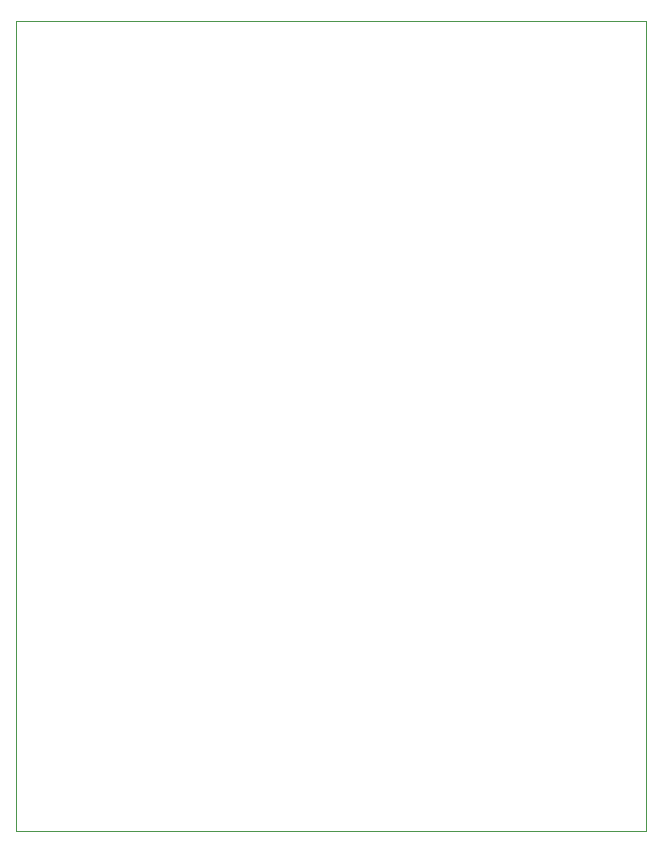
<source format=gm1>
G04 #@! TF.GenerationSoftware,KiCad,Pcbnew,6.0.11-3.fc36*
G04 #@! TF.CreationDate,2023-04-04T19:10:39+09:00*
G04 #@! TF.ProjectId,Tetiduino,54657469-6475-4696-9e6f-2e6b69636164,rev?*
G04 #@! TF.SameCoordinates,Original*
G04 #@! TF.FileFunction,Profile,NP*
%FSLAX46Y46*%
G04 Gerber Fmt 4.6, Leading zero omitted, Abs format (unit mm)*
G04 Created by KiCad (PCBNEW 6.0.11-3.fc36) date 2023-04-04 19:10:39*
%MOMM*%
%LPD*%
G01*
G04 APERTURE LIST*
G04 #@! TA.AperFunction,Profile*
%ADD10C,0.100000*%
G04 #@! TD*
G04 APERTURE END LIST*
D10*
X175260000Y-71755000D02*
X121920000Y-71755000D01*
X121920000Y-71755000D02*
X121920000Y-140335000D01*
X121920000Y-140335000D02*
X175260000Y-140335000D01*
X175260000Y-140335000D02*
X175260000Y-71755000D01*
M02*

</source>
